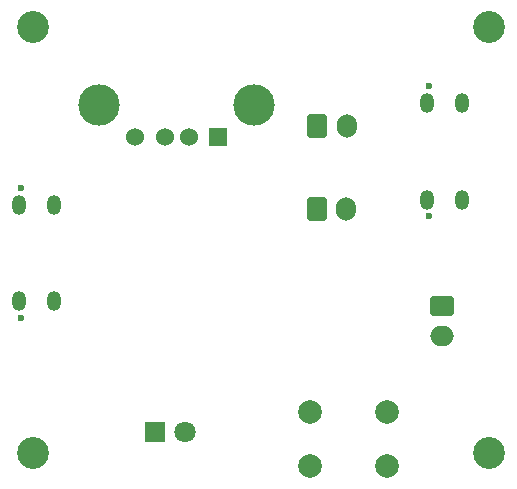
<source format=gbr>
%TF.GenerationSoftware,KiCad,Pcbnew,8.0.4*%
%TF.CreationDate,2024-12-31T00:11:05+04:00*%
%TF.ProjectId,Powerbank,506f7765-7262-4616-9e6b-2e6b69636164,rev?*%
%TF.SameCoordinates,Original*%
%TF.FileFunction,Soldermask,Bot*%
%TF.FilePolarity,Negative*%
%FSLAX46Y46*%
G04 Gerber Fmt 4.6, Leading zero omitted, Abs format (unit mm)*
G04 Created by KiCad (PCBNEW 8.0.4) date 2024-12-31 00:11:05*
%MOMM*%
%LPD*%
G01*
G04 APERTURE LIST*
G04 Aperture macros list*
%AMRoundRect*
0 Rectangle with rounded corners*
0 $1 Rounding radius*
0 $2 $3 $4 $5 $6 $7 $8 $9 X,Y pos of 4 corners*
0 Add a 4 corners polygon primitive as box body*
4,1,4,$2,$3,$4,$5,$6,$7,$8,$9,$2,$3,0*
0 Add four circle primitives for the rounded corners*
1,1,$1+$1,$2,$3*
1,1,$1+$1,$4,$5*
1,1,$1+$1,$6,$7*
1,1,$1+$1,$8,$9*
0 Add four rect primitives between the rounded corners*
20,1,$1+$1,$2,$3,$4,$5,0*
20,1,$1+$1,$4,$5,$6,$7,0*
20,1,$1+$1,$6,$7,$8,$9,0*
20,1,$1+$1,$8,$9,$2,$3,0*%
G04 Aperture macros list end*
%ADD10C,2.000000*%
%ADD11C,0.600000*%
%ADD12O,1.200000X1.700000*%
%ADD13RoundRect,0.250000X-0.600000X-0.750000X0.600000X-0.750000X0.600000X0.750000X-0.600000X0.750000X0*%
%ADD14O,1.700000X2.000000*%
%ADD15C,2.700000*%
%ADD16R,1.800000X1.800000*%
%ADD17C,1.800000*%
%ADD18R,1.524000X1.524000*%
%ADD19C,1.524000*%
%ADD20C,3.500000*%
%ADD21RoundRect,0.250000X-0.750000X0.600000X-0.750000X-0.600000X0.750000X-0.600000X0.750000X0.600000X0*%
%ADD22O,2.000000X1.700000*%
G04 APERTURE END LIST*
D10*
%TO.C,SW1*%
X141850000Y-113600000D03*
X148350000Y-113600000D03*
X141850000Y-118100001D03*
X148350001Y-118100000D03*
%TD*%
D11*
%TO.C,J2*%
X117400000Y-105600000D03*
X117400000Y-94600000D03*
D12*
X117230000Y-104200000D03*
X120170000Y-104200000D03*
X117230000Y-96000000D03*
X120170000Y-96000000D03*
%TD*%
D11*
%TO.C,J6*%
X151900000Y-97000000D03*
X151900000Y-86000000D03*
D12*
X151730000Y-95600000D03*
X154670000Y-95600000D03*
X151730000Y-87400000D03*
X154670000Y-87400000D03*
%TD*%
D13*
%TO.C,J5*%
X142400000Y-96375000D03*
D14*
X144900000Y-96375000D03*
%TD*%
D15*
%TO.C,REF\u002A\u002A*%
X157000000Y-81000000D03*
%TD*%
%TO.C,REF\u002A\u002A*%
X118400000Y-81000000D03*
%TD*%
%TO.C,REF\u002A\u002A*%
X157000000Y-117000000D03*
%TD*%
D16*
%TO.C,D5*%
X128675000Y-115250000D03*
D17*
X131215000Y-115250000D03*
%TD*%
D18*
%TO.C,J3*%
X134050000Y-90300000D03*
D19*
X131550000Y-90300000D03*
X129549999Y-90300000D03*
X127050001Y-90300000D03*
D20*
X137120000Y-87590000D03*
X123980000Y-87590000D03*
%TD*%
D21*
%TO.C,J1*%
X153000000Y-104600000D03*
D22*
X153000000Y-107100000D03*
%TD*%
D13*
%TO.C,J4*%
X142450000Y-89350000D03*
D14*
X144950000Y-89350000D03*
%TD*%
D15*
%TO.C,REF\u002A\u002A*%
X118400000Y-117000000D03*
%TD*%
M02*

</source>
